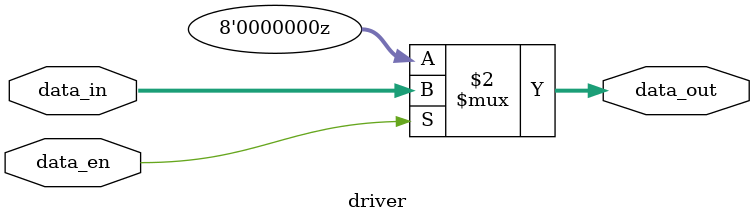
<source format=v>
`timescale 1ns / 1ps


module driver
#(parameter width = 8)
    (input wire [width-1:0] data_in,
    input wire data_en,
    output [width-1:0] data_out
    );
    assign data_out = data_en ? data_in : 1'bz;
endmodule

</source>
